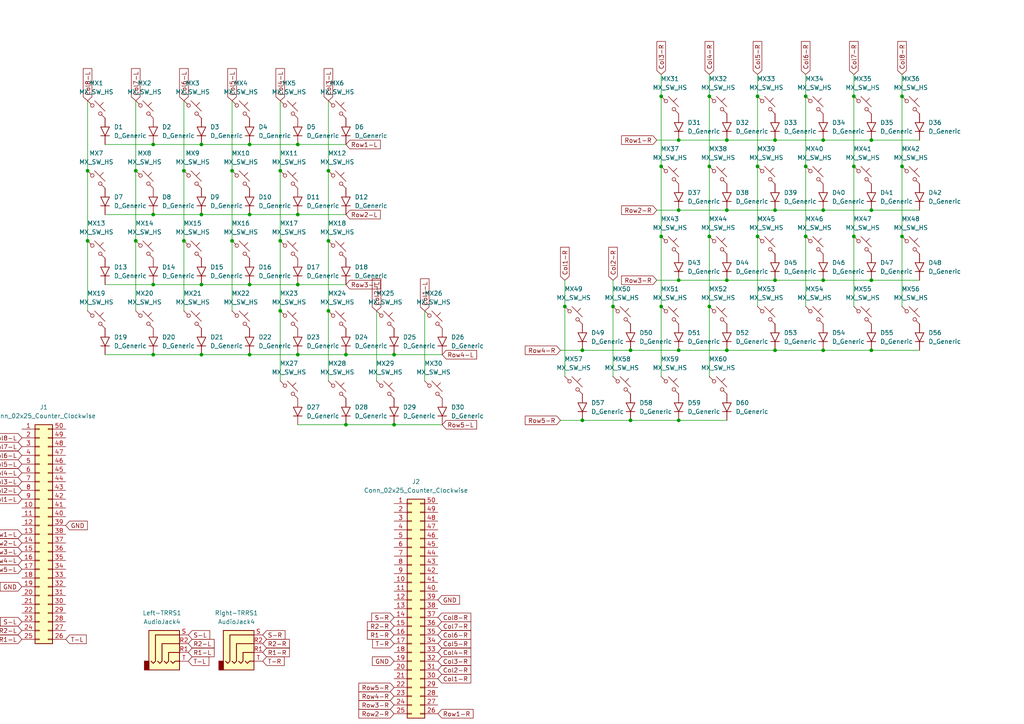
<source format=kicad_sch>
(kicad_sch (version 20231120) (generator "eeschema") (generator_version "8.0")
  (paper "A4")
  (junction (at 233.68 27.94))
  (junction (at 72.39 82.55))
  (junction (at 86.36 41.91))
  (junction (at 81.28 49.53))
  (junction (at 58.42 82.55))
  (junction (at 247.65 68.58))
  (junction (at 39.37 69.85))
  (junction (at 191.77 68.58))
  (junction (at 219.71 68.58))
  (junction (at 196.85 121.92))
  (junction (at 168.91 121.92))
  (junction (at 210.82 40.64))
  (junction (at 196.85 40.64))
  (junction (at 196.85 60.96))
  (junction (at 72.39 102.87))
  (junction (at 44.45 41.91))
  (junction (at 247.65 27.94))
  (junction (at 238.76 60.96))
  (junction (at 67.31 69.85))
  (junction (at 210.82 81.28))
  (junction (at 210.82 60.96))
  (junction (at 224.79 81.28))
  (junction (at 205.74 88.9))
  (junction (at 177.8 88.9))
  (junction (at 86.36 62.23))
  (junction (at 233.68 68.58))
  (junction (at 81.28 69.85))
  (junction (at 95.25 49.53))
  (junction (at 67.31 49.53))
  (junction (at 53.34 49.53))
  (junction (at 205.74 48.26))
  (junction (at 261.62 48.26))
  (junction (at 252.73 101.6))
  (junction (at 224.79 40.64))
  (junction (at 191.77 88.9))
  (junction (at 205.74 27.94))
  (junction (at 238.76 40.64))
  (junction (at 196.85 101.6))
  (junction (at 261.62 27.94))
  (junction (at 238.76 81.28))
  (junction (at 219.71 48.26))
  (junction (at 25.4 49.53))
  (junction (at 53.34 69.85))
  (junction (at 238.76 101.6))
  (junction (at 100.33 123.19))
  (junction (at 163.83 88.9))
  (junction (at 58.42 62.23))
  (junction (at 224.79 60.96))
  (junction (at 86.36 102.87))
  (junction (at 191.77 27.94))
  (junction (at 58.42 102.87))
  (junction (at 224.79 101.6))
  (junction (at 252.73 60.96))
  (junction (at 182.88 121.92))
  (junction (at 95.25 69.85))
  (junction (at 210.82 101.6))
  (junction (at 219.71 27.94))
  (junction (at 44.45 102.87))
  (junction (at 72.39 41.91))
  (junction (at 252.73 81.28))
  (junction (at 100.33 102.87))
  (junction (at 114.3 123.19))
  (junction (at 247.65 48.26))
  (junction (at 86.36 82.55))
  (junction (at 168.91 101.6))
  (junction (at 182.88 101.6))
  (junction (at 261.62 68.58))
  (junction (at 44.45 82.55))
  (junction (at 252.73 40.64))
  (junction (at 58.42 41.91))
  (junction (at 233.68 48.26))
  (junction (at 191.77 48.26))
  (junction (at 114.3 102.87))
  (junction (at 95.25 90.17))
  (junction (at 196.85 81.28))
  (junction (at 39.37 49.53))
  (junction (at 25.4 69.85))
  (junction (at 44.45 62.23))
  (junction (at 72.39 62.23))
  (junction (at 81.28 90.17))
  (junction (at 205.74 68.58))
  (wire (pts (xy 86.36 123.19) (xy 100.33 123.19)))
  (wire (pts (xy 53.34 29.21) (xy 53.34 49.53)))
  (wire (pts (xy 81.28 69.85) (xy 81.28 90.17)))
  (wire (pts (xy 238.76 40.64) (xy 252.73 40.64)))
  (wire (pts (xy 67.31 49.53) (xy 67.31 69.85)))
  (wire (pts (xy 53.34 49.53) (xy 53.34 69.85)))
  (wire (pts (xy 58.42 41.91) (xy 72.39 41.91)))
  (wire (pts (xy 30.48 62.23) (xy 44.45 62.23)))
  (wire (pts (xy 190.5 40.64) (xy 196.85 40.64)))
  (wire (pts (xy 261.62 68.58) (xy 261.62 88.9)))
  (wire (pts (xy 261.62 27.94) (xy 261.62 48.26)))
  (wire (pts (xy 86.36 62.23) (xy 100.33 62.23)))
  (wire (pts (xy 44.45 62.23) (xy 58.42 62.23)))
  (wire (pts (xy 219.71 27.94) (xy 219.71 48.26)))
  (wire (pts (xy 247.65 48.26) (xy 247.65 68.58)))
  (wire (pts (xy 168.91 121.92) (xy 182.88 121.92)))
  (wire (pts (xy 196.85 40.64) (xy 210.82 40.64)))
  (wire (pts (xy 109.22 90.17) (xy 109.22 110.49)))
  (wire (pts (xy 205.74 27.94) (xy 205.74 48.26)))
  (wire (pts (xy 67.31 29.21) (xy 67.31 49.53)))
  (wire (pts (xy 233.68 48.26) (xy 233.68 68.58)))
  (wire (pts (xy 72.39 82.55) (xy 86.36 82.55)))
  (wire (pts (xy 219.71 48.26) (xy 219.71 68.58)))
  (wire (pts (xy 44.45 82.55) (xy 58.42 82.55)))
  (wire (pts (xy 190.5 81.28) (xy 196.85 81.28)))
  (wire (pts (xy 182.88 101.6) (xy 196.85 101.6)))
  (wire (pts (xy 196.85 60.96) (xy 210.82 60.96)))
  (wire (pts (xy 86.36 82.55) (xy 100.33 82.55)))
  (wire (pts (xy 58.42 62.23) (xy 72.39 62.23)))
  (wire (pts (xy 177.8 81.28) (xy 177.8 88.9)))
  (wire (pts (xy 238.76 81.28) (xy 252.73 81.28)))
  (wire (pts (xy 210.82 101.6) (xy 224.79 101.6)))
  (wire (pts (xy 205.74 68.58) (xy 205.74 88.9)))
  (wire (pts (xy 81.28 49.53) (xy 81.28 69.85)))
  (wire (pts (xy 163.83 88.9) (xy 163.83 109.22)))
  (wire (pts (xy 44.45 102.87) (xy 58.42 102.87)))
  (wire (pts (xy 224.79 60.96) (xy 238.76 60.96)))
  (wire (pts (xy 30.48 82.55) (xy 44.45 82.55)))
  (wire (pts (xy 25.4 49.53) (xy 25.4 69.85)))
  (wire (pts (xy 224.79 101.6) (xy 238.76 101.6)))
  (wire (pts (xy 162.56 101.6) (xy 168.91 101.6)))
  (wire (pts (xy 123.19 90.17) (xy 123.19 110.49)))
  (wire (pts (xy 177.8 88.9) (xy 177.8 109.22)))
  (wire (pts (xy 86.36 102.87) (xy 100.33 102.87)))
  (wire (pts (xy 191.77 21.59) (xy 191.77 27.94)))
  (wire (pts (xy 252.73 81.28) (xy 266.7 81.28)))
  (wire (pts (xy 224.79 81.28) (xy 238.76 81.28)))
  (wire (pts (xy 100.33 123.19) (xy 114.3 123.19)))
  (wire (pts (xy 81.28 90.17) (xy 81.28 110.49)))
  (wire (pts (xy 30.48 102.87) (xy 44.45 102.87)))
  (wire (pts (xy 196.85 121.92) (xy 210.82 121.92)))
  (wire (pts (xy 39.37 69.85) (xy 39.37 90.17)))
  (wire (pts (xy 191.77 27.94) (xy 191.77 48.26)))
  (wire (pts (xy 95.25 49.53) (xy 95.25 69.85)))
  (wire (pts (xy 190.5 60.96) (xy 196.85 60.96)))
  (wire (pts (xy 25.4 29.21) (xy 25.4 49.53)))
  (wire (pts (xy 205.74 88.9) (xy 205.74 109.22)))
  (wire (pts (xy 233.68 68.58) (xy 233.68 88.9)))
  (wire (pts (xy 261.62 48.26) (xy 261.62 68.58)))
  (wire (pts (xy 210.82 60.96) (xy 224.79 60.96)))
  (wire (pts (xy 67.31 69.85) (xy 67.31 90.17)))
  (wire (pts (xy 191.77 88.9) (xy 191.77 109.22)))
  (wire (pts (xy 261.62 21.59) (xy 261.62 27.94)))
  (wire (pts (xy 247.65 27.94) (xy 247.65 48.26)))
  (wire (pts (xy 205.74 48.26) (xy 205.74 68.58)))
  (wire (pts (xy 81.28 29.21) (xy 81.28 49.53)))
  (wire (pts (xy 95.25 69.85) (xy 95.25 90.17)))
  (wire (pts (xy 53.34 69.85) (xy 53.34 90.17)))
  (wire (pts (xy 233.68 21.59) (xy 233.68 27.94)))
  (wire (pts (xy 162.56 121.92) (xy 168.91 121.92)))
  (wire (pts (xy 247.65 21.59) (xy 247.65 27.94)))
  (wire (pts (xy 95.25 29.21) (xy 95.25 49.53)))
  (wire (pts (xy 114.3 102.87) (xy 128.27 102.87)))
  (wire (pts (xy 114.3 123.19) (xy 128.27 123.19)))
  (wire (pts (xy 168.91 101.6) (xy 182.88 101.6)))
  (wire (pts (xy 210.82 81.28) (xy 224.79 81.28)))
  (wire (pts (xy 58.42 82.55) (xy 72.39 82.55)))
  (wire (pts (xy 210.82 40.64) (xy 224.79 40.64)))
  (wire (pts (xy 72.39 41.91) (xy 86.36 41.91)))
  (wire (pts (xy 100.33 102.87) (xy 114.3 102.87)))
  (wire (pts (xy 58.42 102.87) (xy 72.39 102.87)))
  (wire (pts (xy 25.4 69.85) (xy 25.4 90.17)))
  (wire (pts (xy 72.39 102.87) (xy 86.36 102.87)))
  (wire (pts (xy 252.73 101.6) (xy 266.7 101.6)))
  (wire (pts (xy 224.79 40.64) (xy 238.76 40.64)))
  (wire (pts (xy 163.83 81.28) (xy 163.83 88.9)))
  (wire (pts (xy 219.71 21.59) (xy 219.71 27.94)))
  (wire (pts (xy 39.37 29.21) (xy 39.37 49.53)))
  (wire (pts (xy 191.77 48.26) (xy 191.77 68.58)))
  (wire (pts (xy 252.73 40.64) (xy 266.7 40.64)))
  (wire (pts (xy 252.73 60.96) (xy 266.7 60.96)))
  (wire (pts (xy 44.45 41.91) (xy 58.42 41.91)))
  (wire (pts (xy 191.77 68.58) (xy 191.77 88.9)))
  (wire (pts (xy 86.36 41.91) (xy 100.33 41.91)))
  (wire (pts (xy 238.76 60.96) (xy 252.73 60.96)))
  (wire (pts (xy 95.25 90.17) (xy 95.25 110.49)))
  (wire (pts (xy 196.85 81.28) (xy 210.82 81.28)))
  (wire (pts (xy 205.74 21.59) (xy 205.74 27.94)))
  (wire (pts (xy 196.85 101.6) (xy 210.82 101.6)))
  (wire (pts (xy 39.37 49.53) (xy 39.37 69.85)))
  (wire (pts (xy 247.65 68.58) (xy 247.65 88.9)))
  (wire (pts (xy 233.68 27.94) (xy 233.68 48.26)))
  (wire (pts (xy 72.39 62.23) (xy 86.36 62.23)))
  (wire (pts (xy 238.76 101.6) (xy 252.73 101.6)))
  (wire (pts (xy 182.88 121.92) (xy 196.85 121.92)))
  (wire (pts (xy 219.71 68.58) (xy 219.71 88.9)))
  (wire (pts (xy 30.48 41.91) (xy 44.45 41.91)))
  (global_label "R2-L" (shape input) (at 6.35 182.88 180) (property "Intersheetrefs" "${INTERSHEET_REFS}" (effects (hide yes))))
  (global_label "Col1-R" (shape input) (at 127 196.85 0) (property "Intersheetrefs" "${INTERSHEET_REFS}" (effects (hide yes))))
  (global_label "Row3-R" (shape input) (at 190.5 81.28 180) (property "Intersheetrefs" "${INTERSHEET_REFS}" (effects (hide yes))))
  (global_label "T-R" (shape input) (at 114.3 186.69 180) (property "Intersheetrefs" "${INTERSHEET_REFS}" (effects (hide yes))))
  (global_label "Col4-L" (shape input) (at 81.28 29.21 90) (property "Intersheetrefs" "${INTERSHEET_REFS}" (effects (hide yes))))
  (global_label "Row1-R" (shape input) (at 190.5 40.64 180) (property "Intersheetrefs" "${INTERSHEET_REFS}" (effects (hide yes))))
  (global_label "T-L" (shape input) (at 19.05 185.42 0) (property "Intersheetrefs" "${INTERSHEET_REFS}" (effects (hide yes))))
  (global_label "Row3-L" (shape input) (at 6.35 160.02 180) (property "Intersheetrefs" "${INTERSHEET_REFS}" (effects (hide yes))))
  (global_label "Col5-R" (shape input) (at 127 186.69 0) (property "Intersheetrefs" "${INTERSHEET_REFS}" (effects (hide yes))))
  (global_label "Row2-L" (shape input) (at 100.33 62.23 0) (property "Intersheetrefs" "${INTERSHEET_REFS}" (effects (hide yes))))
  (global_label "R1-L" (shape input) (at 54.61 189.23 0) (property "Intersheetrefs" "${INTERSHEET_REFS}" (effects (hide yes))))
  (global_label "S-L" (shape input) (at 6.35 180.34 180) (property "Intersheetrefs" "${INTERSHEET_REFS}" (effects (hide yes))))
  (global_label "Col4-R" (shape input) (at 127 189.23 0) (property "Intersheetrefs" "${INTERSHEET_REFS}" (effects (hide yes))))
  (global_label "T-R" (shape input) (at 76.2 191.77 0) (property "Intersheetrefs" "${INTERSHEET_REFS}" (effects (hide yes))))
  (global_label "Col6-L" (shape input) (at 53.34 29.21 90) (property "Intersheetrefs" "${INTERSHEET_REFS}" (effects (hide yes))))
  (global_label "Row4-R" (shape input) (at 162.56 101.6 180) (property "Intersheetrefs" "${INTERSHEET_REFS}" (effects (hide yes))))
  (global_label "Row1-R" (shape input) (at 127 207.01 0) (property "Intersheetrefs" "${INTERSHEET_REFS}" (effects (hide yes))))
  (global_label "T-L" (shape input) (at 54.61 191.77 0) (property "Intersheetrefs" "${INTERSHEET_REFS}" (effects (hide yes))))
  (global_label "Col6-R" (shape input) (at 127 184.15 0) (property "Intersheetrefs" "${INTERSHEET_REFS}" (effects (hide yes))))
  (global_label "Col8-L" (shape input) (at 6.35 127 180) (property "Intersheetrefs" "${INTERSHEET_REFS}" (effects (hide yes))))
  (global_label "Row3-R" (shape input) (at 114.3 204.47 180) (property "Intersheetrefs" "${INTERSHEET_REFS}" (effects (hide yes))))
  (global_label "Col6-L" (shape input) (at 6.35 132.08 180) (property "Intersheetrefs" "${INTERSHEET_REFS}" (effects (hide yes))))
  (global_label "Row5-L" (shape input) (at 6.35 165.1 180) (property "Intersheetrefs" "${INTERSHEET_REFS}" (effects (hide yes))))
  (global_label "Col3-R" (shape input) (at 191.77 21.59 90) (property "Intersheetrefs" "${INTERSHEET_REFS}" (effects (hide yes))))
  (global_label "Row2-R" (shape input) (at 114.3 207.01 180) (property "Intersheetrefs" "${INTERSHEET_REFS}" (effects (hide yes))))
  (global_label "S-R" (shape input) (at 76.2 184.15 0) (property "Intersheetrefs" "${INTERSHEET_REFS}" (effects (hide yes))))
  (global_label "Row2-L" (shape input) (at 6.35 157.48 180) (property "Intersheetrefs" "${INTERSHEET_REFS}" (effects (hide yes))))
  (global_label "Col1-L" (shape input) (at 6.35 144.78 180) (property "Intersheetrefs" "${INTERSHEET_REFS}" (effects (hide yes))))
  (global_label "Col7-L" (shape input) (at 6.35 129.54 180) (property "Intersheetrefs" "${INTERSHEET_REFS}" (effects (hide yes))))
  (global_label "Col6-R" (shape input) (at 233.68 21.59 90) (property "Intersheetrefs" "${INTERSHEET_REFS}" (effects (hide yes))))
  (global_label "Col8-R" (shape input) (at 261.62 21.59 90) (property "Intersheetrefs" "${INTERSHEET_REFS}" (effects (hide yes))))
  (global_label "S-L" (shape input) (at 54.61 184.15 0) (property "Intersheetrefs" "${INTERSHEET_REFS}" (effects (hide yes))))
  (global_label "Col3-R" (shape input) (at 127 191.77 0) (property "Intersheetrefs" "${INTERSHEET_REFS}" (effects (hide yes))))
  (global_label "Col2-L" (shape input) (at 6.35 142.24 180) (property "Intersheetrefs" "${INTERSHEET_REFS}" (effects (hide yes))))
  (global_label "Row5-R" (shape input) (at 162.56 121.92 180) (property "Intersheetrefs" "${INTERSHEET_REFS}" (effects (hide yes))))
  (global_label "Row5-L" (shape input) (at 128.27 123.19 0) (property "Intersheetrefs" "${INTERSHEET_REFS}" (effects (hide yes))))
  (global_label "R2-R" (shape input) (at 114.3 181.61 180) (property "Intersheetrefs" "${INTERSHEET_REFS}" (effects (hide yes))))
  (global_label "Col7-L" (shape input) (at 39.37 29.21 90) (property "Intersheetrefs" "${INTERSHEET_REFS}" (effects (hide yes))))
  (global_label "Col1-L" (shape input) (at 123.19 90.17 90) (property "Intersheetrefs" "${INTERSHEET_REFS}" (effects (hide yes))))
  (global_label "R1-R" (shape input) (at 114.3 184.15 180) (property "Intersheetrefs" "${INTERSHEET_REFS}" (effects (hide yes))))
  (global_label "Row4-R" (shape input) (at 114.3 201.93 180) (property "Intersheetrefs" "${INTERSHEET_REFS}" (effects (hide yes))))
  (global_label "Col3-L" (shape input) (at 6.35 139.7 180) (property "Intersheetrefs" "${INTERSHEET_REFS}" (effects (hide yes))))
  (global_label "Col2-R" (shape input) (at 127 194.31 0) (property "Intersheetrefs" "${INTERSHEET_REFS}" (effects (hide yes))))
  (global_label "GND" (shape input) (at 6.35 170.18 180) (property "Intersheetrefs" "${INTERSHEET_REFS}" (effects (hide yes))))
  (global_label "Col3-L" (shape input) (at 95.25 29.21 90) (property "Intersheetrefs" "${INTERSHEET_REFS}" (effects (hide yes))))
  (global_label "Col5-L" (shape input) (at 6.35 134.62 180) (property "Intersheetrefs" "${INTERSHEET_REFS}" (effects (hide yes))))
  (global_label "Col2-L" (shape input) (at 109.22 90.17 90) (property "Intersheetrefs" "${INTERSHEET_REFS}" (effects (hide yes))))
  (global_label "Col4-L" (shape input) (at 6.35 137.16 180) (property "Intersheetrefs" "${INTERSHEET_REFS}" (effects (hide yes))))
  (global_label "Col1-R" (shape input) (at 163.83 81.28 90) (property "Intersheetrefs" "${INTERSHEET_REFS}" (effects (hide yes))))
  (global_label "Row1-L" (shape input) (at 100.33 41.91 0) (property "Intersheetrefs" "${INTERSHEET_REFS}" (effects (hide yes))))
  (global_label "Col7-R" (shape input) (at 127 181.61 0) (property "Intersheetrefs" "${INTERSHEET_REFS}" (effects (hide yes))))
  (global_label "R1-R" (shape input) (at 76.2 189.23 0) (property "Intersheetrefs" "${INTERSHEET_REFS}" (effects (hide yes))))
  (global_label "S-R" (shape input) (at 114.3 179.07 180) (property "Intersheetrefs" "${INTERSHEET_REFS}" (effects (hide yes))))
  (global_label "GND" (shape input) (at 114.3 191.77 180) (property "Intersheetrefs" "${INTERSHEET_REFS}" (effects (hide yes))))
  (global_label "R2-L" (shape input) (at 54.61 186.69 0) (property "Intersheetrefs" "${INTERSHEET_REFS}" (effects (hide yes))))
  (global_label "Row1-L" (shape input) (at 6.35 154.94 180) (property "Intersheetrefs" "${INTERSHEET_REFS}" (effects (hide yes))))
  (global_label "GND" (shape input) (at 127 173.99 0) (property "Intersheetrefs" "${INTERSHEET_REFS}" (effects (hide yes))))
  (global_label "Row2-R" (shape input) (at 190.5 60.96 180) (property "Intersheetrefs" "${INTERSHEET_REFS}" (effects (hide yes))))
  (global_label "GND" (shape input) (at 19.05 152.4 0) (property "Intersheetrefs" "${INTERSHEET_REFS}" (effects (hide yes))))
  (global_label "Row3-L" (shape input) (at 100.33 82.55 0) (property "Intersheetrefs" "${INTERSHEET_REFS}" (effects (hide yes))))
  (global_label "Col8-R" (shape input) (at 127 179.07 0) (property "Intersheetrefs" "${INTERSHEET_REFS}" (effects (hide yes))))
  (global_label "Col5-L" (shape input) (at 67.31 29.21 90) (property "Intersheetrefs" "${INTERSHEET_REFS}" (effects (hide yes))))
  (global_label "Col2-R" (shape input) (at 177.8 81.28 90) (property "Intersheetrefs" "${INTERSHEET_REFS}" (effects (hide yes))))
  (global_label "Col8-L" (shape input) (at 25.4 29.21 90) (property "Intersheetrefs" "${INTERSHEET_REFS}" (effects (hide yes))))
  (global_label "Col7-R" (shape input) (at 247.65 21.59 90) (property "Intersheetrefs" "${INTERSHEET_REFS}" (effects (hide yes))))
  (global_label "R1-L" (shape input) (at 6.35 185.42 180) (property "Intersheetrefs" "${INTERSHEET_REFS}" (effects (hide yes))))
  (global_label "Row5-R" (shape input) (at 114.3 199.39 180) (property "Intersheetrefs" "${INTERSHEET_REFS}" (effects (hide yes))))
  (global_label "Col5-R" (shape input) (at 219.71 21.59 90) (property "Intersheetrefs" "${INTERSHEET_REFS}" (effects (hide yes))))
  (global_label "Row4-L" (shape input) (at 6.35 162.56 180) (property "Intersheetrefs" "${INTERSHEET_REFS}" (effects (hide yes))))
  (global_label "Row4-L" (shape input) (at 128.27 102.87 0) (property "Intersheetrefs" "${INTERSHEET_REFS}" (effects (hide yes))))
  (global_label "R2-R" (shape input) (at 76.2 186.69 0) (property "Intersheetrefs" "${INTERSHEET_REFS}" (effects (hide yes))))
  (global_label "Col4-R" (shape input) (at 205.74 21.59 90) (property "Intersheetrefs" "${INTERSHEET_REFS}" (effects (hide yes))))
  (symbol (lib_id "PCM_4ms_Diode:D_Generic") (at 266.7 36.83 90) (unit 1)
    (property "Reference" "D36" (at 269.24 35.5599 90) (effects (justify right)))
    (property "Value" "D_Generic" (at 269.24 38.0999 90) (effects (justify right)))
    (property "Footprint" "PCM_4ms_Diode:D_DO-35_P7.62mm_Horizontal" (effects (hide yes)))
    (property "Description" "Diode" (effects (hide yes)))
  )
  (symbol (lib_id "Connector_Audio:AudioJack4") (at 71.12 186.69 0) (unit 1)
    (property "Reference" "Right-TRRS1" (at 68.58 177.8 0))
    (property "Value" "AudioJack4" (at 68.58 180.34 0))
    (property "Footprint" "PCM_marbastlib-xp-various:CON_MJ-4PP-9" (effects (hide yes)))
    (property "Description" "Audio Jack, 4 Poles (TRRS)" (effects (hide yes)))
  )
  (symbol (lib_id "PCM_marbastlib-mx:MX_SW_HS_CPG151101S11") (at 55.88 92.71 0) (unit 1)
    (property "Reference" "MX21" (at 55.88 85.09 0))
    (property "Value" "MX_SW_HS" (at 55.88 87.63 0))
    (property "Footprint" "PCM_marbastlib-mx:SW_MX_HS_CPG151101S11_1u" (effects (hide yes)))
    (property "Description" "Push button switch, normally open, two pins, 45° tilted, Kailh CPG151101S11 for Cherry MX style switches" (effects (hide yes)))
  )
  (symbol (lib_id "PCM_marbastlib-mx:MX_SW_HS_CPG151101S11") (at 208.28 71.12 0) (unit 1)
    (property "Reference" "MX44" (at 208.28 63.5 0))
    (property "Value" "MX_SW_HS" (at 208.28 66.04 0))
    (property "Footprint" "PCM_marbastlib-mx:SW_MX_HS_CPG151101S11_1u" (effects (hide yes)))
    (property "Description" "Push button switch, normally open, two pins, 45° tilted, Kailh CPG151101S11 for Cherry MX style switches" (effects (hide yes)))
  )
  (symbol (lib_id "PCM_marbastlib-mx:MX_SW_HS_CPG151101S11") (at 55.88 31.75 0) (unit 1)
    (property "Reference" "MX3" (at 55.88 24.13 0))
    (property "Value" "MX_SW_HS" (at 55.88 26.67 0))
    (property "Footprint" "PCM_marbastlib-mx:SW_MX_HS_CPG151101S11_1u" (effects (hide yes)))
    (property "Description" "Push button switch, normally open, two pins, 45° tilted, Kailh CPG151101S11 for Cherry MX style switches" (effects (hide yes)))
  )
  (symbol (lib_id "PCM_marbastlib-mx:MX_SW_HS_CPG151101S11") (at 125.73 92.71 0) (unit 1)
    (property "Reference" "MX26" (at 125.73 85.09 0))
    (property "Value" "MX_SW_HS" (at 125.73 87.63 0))
    (property "Footprint" "PCM_marbastlib-mx:SW_MX_HS_CPG151101S11_1u" (effects (hide yes)))
    (property "Description" "Push button switch, normally open, two pins, 45° tilted, Kailh CPG151101S11 for Cherry MX style switches" (effects (hide yes)))
  )
  (symbol (lib_id "PCM_4ms_Diode:D_Generic") (at 30.48 58.42 90) (unit 1)
    (property "Reference" "D7" (at 33.02 57.1499 90) (effects (justify right)))
    (property "Value" "D_Generic" (at 33.02 59.6899 90) (effects (justify right)))
    (property "Footprint" "PCM_4ms_Diode:D_DO-35_P7.62mm_Horizontal" (effects (hide yes)))
    (property "Description" "Diode" (effects (hide yes)))
  )
  (symbol (lib_id "PCM_4ms_Diode:D_Generic") (at 252.73 97.79 90) (unit 1)
    (property "Reference" "D55" (at 255.27 96.5199 90) (effects (justify right)))
    (property "Value" "D_Generic" (at 255.27 99.0599 90) (effects (justify right)))
    (property "Footprint" "PCM_4ms_Diode:D_DO-35_P7.62mm_Horizontal" (effects (hide yes)))
    (property "Description" "Diode" (effects (hide yes)))
  )
  (symbol (lib_id "PCM_4ms_Diode:D_Generic") (at 58.42 99.06 90) (unit 1)
    (property "Reference" "D21" (at 60.96 97.7899 90) (effects (justify right)))
    (property "Value" "D_Generic" (at 60.96 100.3299 90) (effects (justify right)))
    (property "Footprint" "PCM_4ms_Diode:D_DO-35_P7.62mm_Horizontal" (effects (hide yes)))
    (property "Description" "Diode" (effects (hide yes)))
  )
  (symbol (lib_id "PCM_marbastlib-mx:MX_SW_HS_CPG151101S11") (at 194.31 71.12 0) (unit 1)
    (property "Reference" "MX43" (at 194.31 63.5 0))
    (property "Value" "MX_SW_HS" (at 194.31 66.04 0))
    (property "Footprint" "PCM_marbastlib-mx:SW_MX_HS_CPG151101S11_1u" (effects (hide yes)))
    (property "Description" "Push button switch, normally open, two pins, 45° tilted, Kailh CPG151101S11 for Cherry MX style switches" (effects (hide yes)))
  )
  (symbol (lib_id "PCM_4ms_Diode:D_Generic") (at 72.39 78.74 90) (unit 1)
    (property "Reference" "D16" (at 74.93 77.4699 90) (effects (justify right)))
    (property "Value" "D_Generic" (at 74.93 80.0099 90) (effects (justify right)))
    (property "Footprint" "PCM_4ms_Diode:D_DO-35_P7.62mm_Horizontal" (effects (hide yes)))
    (property "Description" "Diode" (effects (hide yes)))
  )
  (symbol (lib_id "Connector_Generic:Conn_02x25_Counter_Clockwise") (at 11.43 154.94 0) (unit 1)
    (property "Reference" "J1" (at 12.7 118.11 0))
    (property "Value" "Conn_02x25_Counter_Clockwise" (at 12.7 120.65 0))
    (property "Footprint" "Kicad-STM32-master:YAAJ_BluePill_SWD_2" (effects (hide yes)))
    (property "Description" "Generic connector, double row, 02x25, counter clockwise pin numbering scheme (similar to DIP package numbering), script generated (kicad-library-utils/schlib/autogen/connector/)" (effects (hide yes)))
  )
  (symbol (lib_id "PCM_marbastlib-mx:MX_SW_HS_CPG151101S11") (at 166.37 91.44 0) (unit 1)
    (property "Reference" "MX49" (at 166.37 83.82 0))
    (property "Value" "MX_SW_HS" (at 166.37 86.36 0))
    (property "Footprint" "PCM_marbastlib-mx:SW_MX_HS_CPG151101S11_1u" (effects (hide yes)))
    (property "Description" "Push button switch, normally open, two pins, 45° tilted, Kailh CPG151101S11 for Cherry MX style switches" (effects (hide yes)))
  )
  (symbol (lib_id "PCM_marbastlib-mx:MX_SW_HS_CPG151101S11") (at 55.88 52.07 0) (unit 1)
    (property "Reference" "MX9" (at 55.88 44.45 0))
    (property "Value" "MX_SW_HS" (at 55.88 46.99 0))
    (property "Footprint" "PCM_marbastlib-mx:SW_MX_HS_CPG151101S11_1u" (effects (hide yes)))
    (property "Description" "Push button switch, normally open, two pins, 45° tilted, Kailh CPG151101S11 for Cherry MX style switches" (effects (hide yes)))
  )
  (symbol (lib_id "PCM_4ms_Diode:D_Generic") (at 266.7 57.15 90) (unit 1)
    (property "Reference" "D42" (at 269.24 55.8799 90) (effects (justify right)))
    (property "Value" "D_Generic" (at 269.24 58.4199 90) (effects (justify right)))
    (property "Footprint" "PCM_4ms_Diode:D_DO-35_P7.62mm_Horizontal" (effects (hide yes)))
    (property "Description" "Diode" (effects (hide yes)))
  )
  (symbol (lib_id "PCM_4ms_Diode:D_Generic") (at 58.42 38.1 90) (unit 1)
    (property "Reference" "D3" (at 60.96 36.8299 90) (effects (justify right)))
    (property "Value" "D_Generic" (at 60.96 39.3699 90) (effects (justify right)))
    (property "Footprint" "PCM_4ms_Diode:D_DO-35_P7.62mm_Horizontal" (effects (hide yes)))
    (property "Description" "Diode" (effects (hide yes)))
  )
  (symbol (lib_id "PCM_4ms_Diode:D_Generic") (at 210.82 97.79 90) (unit 1)
    (property "Reference" "D52" (at 213.36 96.5199 90) (effects (justify right)))
    (property "Value" "D_Generic" (at 213.36 99.0599 90) (effects (justify right)))
    (property "Footprint" "PCM_4ms_Diode:D_DO-35_P7.62mm_Horizontal" (effects (hide yes)))
    (property "Description" "Diode" (effects (hide yes)))
  )
  (symbol (lib_id "PCM_4ms_Diode:D_Generic") (at 210.82 36.83 90) (unit 1)
    (property "Reference" "D32" (at 213.36 35.5599 90) (effects (justify right)))
    (property "Value" "D_Generic" (at 213.36 38.0999 90) (effects (justify right)))
    (property "Footprint" "PCM_4ms_Diode:D_DO-35_P7.62mm_Horizontal" (effects (hide yes)))
    (property "Description" "Diode" (effects (hide yes)))
  )
  (symbol (lib_id "PCM_4ms_Diode:D_Generic") (at 114.3 99.06 90) (unit 1)
    (property "Reference" "D25" (at 116.84 97.7899 90) (effects (justify right)))
    (property "Value" "D_Generic" (at 116.84 100.3299 90) (effects (justify right)))
    (property "Footprint" "PCM_4ms_Diode:D_DO-35_P7.62mm_Horizontal" (effects (hide yes)))
    (property "Description" "Diode" (effects (hide yes)))
  )
  (symbol (lib_id "PCM_marbastlib-mx:MX_SW_HS_CPG151101S11") (at 83.82 113.03 0) (unit 1)
    (property "Reference" "MX27" (at 83.82 105.41 0))
    (property "Value" "MX_SW_HS" (at 83.82 107.95 0))
    (property "Footprint" "PCM_marbastlib-mx:SW_MX_HS_CPG151101S11_1u" (effects (hide yes)))
    (property "Description" "Push button switch, normally open, two pins, 45° tilted, Kailh CPG151101S11 for Cherry MX style switches" (effects (hide yes)))
  )
  (symbol (lib_id "PCM_4ms_Diode:D_Generic") (at 196.85 97.79 90) (unit 1)
    (property "Reference" "D51" (at 199.39 96.5199 90) (effects (justify right)))
    (property "Value" "D_Generic" (at 199.39 99.0599 90) (effects (justify right)))
    (property "Footprint" "PCM_4ms_Diode:D_DO-35_P7.62mm_Horizontal" (effects (hide yes)))
    (property "Description" "Diode" (effects (hide yes)))
  )
  (symbol (lib_id "PCM_4ms_Diode:D_Generic") (at 266.7 77.47 90) (unit 1)
    (property "Reference" "D48" (at 269.24 76.1999 90) (effects (justify right)))
    (property "Value" "D_Generic" (at 269.24 78.7399 90) (effects (justify right)))
    (property "Footprint" "PCM_4ms_Diode:D_DO-35_P7.62mm_Horizontal" (effects (hide yes)))
    (property "Description" "Diode" (effects (hide yes)))
  )
  (symbol (lib_id "PCM_marbastlib-mx:MX_SW_HS_CPG151101S11") (at 264.16 91.44 0) (unit 1)
    (property "Reference" "MX56" (at 264.16 83.82 0))
    (property "Value" "MX_SW_HS" (at 264.16 86.36 0))
    (property "Footprint" "PCM_marbastlib-mx:SW_MX_HS_CPG151101S11_1u" (effects (hide yes)))
    (property "Description" "Push button switch, normally open, two pins, 45° tilted, Kailh CPG151101S11 for Cherry MX style switches" (effects (hide yes)))
  )
  (symbol (lib_id "PCM_4ms_Diode:D_Generic") (at 128.27 119.38 90) (unit 1)
    (property "Reference" "D30" (at 130.81 118.1099 90) (effects (justify right)))
    (property "Value" "D_Generic" (at 130.81 120.6499 90) (effects (justify right)))
    (property "Footprint" "PCM_4ms_Diode:D_DO-35_P7.62mm_Horizontal" (effects (hide yes)))
    (property "Description" "Diode" (effects (hide yes)))
  )
  (symbol (lib_id "PCM_marbastlib-mx:MX_SW_HS_CPG151101S11") (at 111.76 113.03 0) (unit 1)
    (property "Reference" "MX29" (at 111.76 105.41 0))
    (property "Value" "MX_SW_HS" (at 111.76 107.95 0))
    (property "Footprint" "PCM_marbastlib-mx:SW_MX_HS_CPG151101S11_1u" (effects (hide yes)))
    (property "Description" "Push button switch, normally open, two pins, 45° tilted, Kailh CPG151101S11 for Cherry MX style switches" (effects (hide yes)))
  )
  (symbol (lib_id "PCM_4ms_Diode:D_Generic") (at 182.88 97.79 90) (unit 1)
    (property "Reference" "D50" (at 185.42 96.5199 90) (effects (justify right)))
    (property "Value" "D_Generic" (at 185.42 99.0599 90) (effects (justify right)))
    (property "Footprint" "PCM_4ms_Diode:D_DO-35_P7.62mm_Horizontal" (effects (hide yes)))
    (property "Description" "Diode" (effects (hide yes)))
  )
  (symbol (lib_id "PCM_marbastlib-mx:MX_SW_HS_CPG151101S11") (at 222.25 50.8 0) (unit 1)
    (property "Reference" "MX39" (at 222.25 43.18 0))
    (property "Value" "MX_SW_HS" (at 222.25 45.72 0))
    (property "Footprint" "PCM_marbastlib-mx:SW_MX_HS_CPG151101S11_1u" (effects (hide yes)))
    (property "Description" "Push button switch, normally open, two pins, 45° tilted, Kailh CPG151101S11 for Cherry MX style switches" (effects (hide yes)))
  )
  (symbol (lib_id "PCM_marbastlib-mx:MX_SW_HS_CPG151101S11") (at 194.31 111.76 0) (unit 1)
    (property "Reference" "MX59" (at 194.31 104.14 0))
    (property "Value" "MX_SW_HS" (at 194.31 106.68 0))
    (property "Footprint" "PCM_marbastlib-mx:SW_MX_HS_CPG151101S11_1u" (effects (hide yes)))
    (property "Description" "Push button switch, normally open, two pins, 45° tilted, Kailh CPG151101S11 for Cherry MX style switches" (effects (hide yes)))
  )
  (symbol (lib_id "PCM_4ms_Diode:D_Generic") (at 252.73 57.15 90) (unit 1)
    (property "Reference" "D41" (at 255.27 55.8799 90) (effects (justify right)))
    (property "Value" "D_Generic" (at 255.27 58.4199 90) (effects (justify right)))
    (property "Footprint" "PCM_4ms_Diode:D_DO-35_P7.62mm_Horizontal" (effects (hide yes)))
    (property "Description" "Diode" (effects (hide yes)))
  )
  (symbol (lib_id "PCM_4ms_Diode:D_Generic") (at 86.36 119.38 90) (unit 1)
    (property "Reference" "D27" (at 88.9 118.1099 90) (effects (justify right)))
    (property "Value" "D_Generic" (at 88.9 120.6499 90) (effects (justify right)))
    (property "Footprint" "PCM_4ms_Diode:D_DO-35_P7.62mm_Horizontal" (effects (hide yes)))
    (property "Description" "Diode" (effects (hide yes)))
  )
  (symbol (lib_id "PCM_marbastlib-mx:MX_SW_HS_CPG151101S11") (at 208.28 111.76 0) (unit 1)
    (property "Reference" "MX60" (at 208.28 104.14 0))
    (property "Value" "MX_SW_HS" (at 208.28 106.68 0))
    (property "Footprint" "PCM_marbastlib-mx:SW_MX_HS_CPG151101S11_1u" (effects (hide yes)))
    (property "Description" "Push button switch, normally open, two pins, 45° tilted, Kailh CPG151101S11 for Cherry MX style switches" (effects (hide yes)))
  )
  (symbol (lib_id "PCM_marbastlib-mx:MX_SW_HS_CPG151101S11") (at 55.88 72.39 0) (unit 1)
    (property "Reference" "MX15" (at 55.88 64.77 0))
    (property "Value" "MX_SW_HS" (at 55.88 67.31 0))
    (property "Footprint" "PCM_marbastlib-mx:SW_MX_HS_CPG151101S11_1u" (effects (hide yes)))
    (property "Description" "Push button switch, normally open, two pins, 45° tilted, Kailh CPG151101S11 for Cherry MX style switches" (effects (hide yes)))
  )
  (symbol (lib_id "PCM_4ms_Diode:D_Generic") (at 44.45 78.74 90) (unit 1)
    (property "Reference" "D14" (at 46.99 77.4699 90) (effects (justify right)))
    (property "Value" "D_Generic" (at 46.99 80.0099 90) (effects (justify right)))
    (property "Footprint" "PCM_4ms_Diode:D_DO-35_P7.62mm_Horizontal" (effects (hide yes)))
    (property "Description" "Diode" (effects (hide yes)))
  )
  (symbol (lib_id "PCM_marbastlib-mx:MX_SW_HS_CPG151101S11") (at 83.82 31.75 0) (unit 1)
    (property "Reference" "MX5" (at 83.82 24.13 0))
    (property "Value" "MX_SW_HS" (at 83.82 26.67 0))
    (property "Footprint" "PCM_marbastlib-mx:SW_MX_HS_CPG151101S11_1u" (effects (hide yes)))
    (property "Description" "Push button switch, normally open, two pins, 45° tilted, Kailh CPG151101S11 for Cherry MX style switches" (effects (hide yes)))
  )
  (symbol (lib_id "PCM_4ms_Diode:D_Generic") (at 196.85 77.47 90) (unit 1)
    (property "Reference" "D43" (at 199.39 76.1999 90) (effects (justify right)))
    (property "Value" "D_Generic" (at 199.39 78.7399 90) (effects (justify right)))
    (property "Footprint" "PCM_4ms_Diode:D_DO-35_P7.62mm_Horizontal" (effects (hide yes)))
    (property "Description" "Diode" (effects (hide yes)))
  )
  (symbol (lib_id "PCM_4ms_Diode:D_Generic") (at 182.88 118.11 90) (unit 1)
    (property "Reference" "D58" (at 185.42 116.8399 90) (effects (justify right)))
    (property "Value" "D_Generic" (at 185.42 119.3799 90) (effects (justify right)))
    (property "Footprint" "PCM_4ms_Diode:D_DO-35_P7.62mm_Horizontal" (effects (hide yes)))
    (property "Description" "Diode" (effects (hide yes)))
  )
  (symbol (lib_id "PCM_4ms_Diode:D_Generic") (at 30.48 99.06 90) (unit 1)
    (property "Reference" "D19" (at 33.02 97.7899 90) (effects (justify right)))
    (property "Value" "D_Generic" (at 33.02 100.3299 90) (effects (justify right)))
    (property "Footprint" "PCM_4ms_Diode:D_DO-35_P7.62mm_Horizontal" (effects (hide yes)))
    (property "Description" "Diode" (effects (hide yes)))
  )
  (symbol (lib_id "PCM_4ms_Diode:D_Generic") (at 196.85 118.11 90) (unit 1)
    (property "Reference" "D59" (at 199.39 116.8399 90) (effects (justify right)))
    (property "Value" "D_Generic" (at 199.39 119.3799 90) (effects (justify right)))
    (property "Footprint" "PCM_4ms_Diode:D_DO-35_P7.62mm_Horizontal" (effects (hide yes)))
    (property "Description" "Diode" (effects (hide yes)))
  )
  (symbol (lib_id "PCM_marbastlib-mx:MX_SW_HS_CPG151101S11") (at 27.94 72.39 0) (unit 1)
    (property "Reference" "MX13" (at 27.94 64.77 0))
    (property "Value" "MX_SW_HS" (at 27.94 67.31 0))
    (property "Footprint" "PCM_marbastlib-mx:SW_MX_HS_CPG151101S11_1u" (effects (hide yes)))
    (property "Description" "Push button switch, normally open, two pins, 45° tilted, Kailh CPG151101S11 for Cherry MX style switches" (effects (hide yes)))
  )
  (symbol (lib_id "PCM_4ms_Diode:D_Generic") (at 224.79 36.83 90) (unit 1)
    (property "Reference" "D33" (at 227.33 35.5599 90) (effects (justify right)))
    (property "Value" "D_Generic" (at 227.33 38.0999 90) (effects (justify right)))
    (property "Footprint" "PCM_4ms_Diode:D_DO-35_P7.62mm_Horizontal" (effects (hide yes)))
    (property "Description" "Diode" (effects (hide yes)))
  )
  (symbol (lib_id "PCM_marbastlib-mx:MX_SW_HS_CPG151101S11") (at 208.28 50.8 0) (unit 1)
    (property "Reference" "MX38" (at 208.28 43.18 0))
    (property "Value" "MX_SW_HS" (at 208.28 45.72 0))
    (property "Footprint" "PCM_marbastlib-mx:SW_MX_HS_CPG151101S11_1u" (effects (hide yes)))
    (property "Description" "Push button switch, normally open, two pins, 45° tilted, Kailh CPG151101S11 for Cherry MX style switches" (effects (hide yes)))
  )
  (symbol (lib_id "PCM_marbastlib-mx:MX_SW_HS_CPG151101S11") (at 69.85 52.07 0) (unit 1)
    (property "Reference" "MX10" (at 69.85 44.45 0))
    (property "Value" "MX_SW_HS" (at 69.85 46.99 0))
    (property "Footprint" "PCM_marbastlib-mx:SW_MX_HS_CPG151101S11_1u" (effects (hide yes)))
    (property "Description" "Push button switch, normally open, two pins, 45° tilted, Kailh CPG151101S11 for Cherry MX style switches" (effects (hide yes)))
  )
  (symbol (lib_id "PCM_marbastlib-mx:MX_SW_HS_CPG151101S11") (at 222.25 91.44 0) (unit 1)
    (property "Reference" "MX53" (at 222.25 83.82 0))
    (property "Value" "MX_SW_HS" (at 222.25 86.36 0))
    (property "Footprint" "PCM_marbastlib-mx:SW_MX_HS_CPG151101S11_1u" (effects (hide yes)))
    (property "Description" "Push button switch, normally open, two pins, 45° tilted, Kailh CPG151101S11 for Cherry MX style switches" (effects (hide yes)))
  )
  (symbol (lib_id "PCM_4ms_Diode:D_Generic") (at 168.91 118.11 90) (unit 1)
    (property "Reference" "D57" (at 171.45 116.8399 90) (effects (justify right)))
    (property "Value" "D_Generic" (at 171.45 119.3799 90) (effects (justify right)))
    (property "Footprint" "PCM_4ms_Diode:D_DO-35_P7.62mm_Horizontal" (effects (hide yes)))
    (property "Description" "Diode" (effects (hide yes)))
  )
  (symbol (lib_id "PCM_4ms_Diode:D_Generic") (at 238.76 36.83 90) (unit 1)
    (property "Reference" "D34" (at 241.3 35.5599 90) (effects (justify right)))
    (property "Value" "D_Generic" (at 241.3 38.0999 90) (effects (justify right)))
    (property "Footprint" "PCM_4ms_Diode:D_DO-35_P7.62mm_Horizontal" (effects (hide yes)))
    (property "Description" "Diode" (effects (hide yes)))
  )
  (symbol (lib_id "PCM_marbastlib-mx:MX_SW_HS_CPG151101S11") (at 180.34 111.76 0) (unit 1)
    (property "Reference" "MX58" (at 180.34 104.14 0))
    (property "Value" "MX_SW_HS" (at 180.34 106.68 0))
    (property "Footprint" "PCM_marbastlib-mx:SW_MX_HS_CPG151101S11_1u" (effects (hide yes)))
    (property "Description" "Push button switch, normally open, two pins, 45° tilted, Kailh CPG151101S11 for Cherry MX style switches" (effects (hide yes)))
  )
  (symbol (lib_id "PCM_marbastlib-mx:MX_SW_HS_CPG151101S11") (at 236.22 71.12 0) (unit 1)
    (property "Reference" "MX46" (at 236.22 63.5 0))
    (property "Value" "MX_SW_HS" (at 236.22 66.04 0))
    (property "Footprint" "PCM_marbastlib-mx:SW_MX_HS_CPG151101S11_1u" (effects (hide yes)))
    (property "Description" "Push button switch, normally open, two pins, 45° tilted, Kailh CPG151101S11 for Cherry MX style switches" (effects (hide yes)))
  )
  (symbol (lib_id "PCM_4ms_Diode:D_Generic") (at 86.36 99.06 90) (unit 1)
    (property "Reference" "D23" (at 88.9 97.7899 90) (effects (justify right)))
    (property "Value" "D_Generic" (at 88.9 100.3299 90) (effects (justify right)))
    (property "Footprint" "PCM_4ms_Diode:D_DO-35_P7.62mm_Horizontal" (effects (hide yes)))
    (property "Description" "Diode" (effects (hide yes)))
  )
  (symbol (lib_id "PCM_marbastlib-mx:MX_SW_HS_CPG151101S11") (at 69.85 72.39 0) (unit 1)
    (property "Reference" "MX16" (at 69.85 64.77 0))
    (property "Value" "MX_SW_HS" (at 69.85 67.31 0))
    (property "Footprint" "PCM_marbastlib-mx:SW_MX_HS_CPG151101S11_1u" (effects (hide yes)))
    (property "Description" "Push button switch, normally open, two pins, 45° tilted, Kailh CPG151101S11 for Cherry MX style switches" (effects (hide yes)))
  )
  (symbol (lib_id "PCM_4ms_Diode:D_Generic") (at 128.27 99.06 90) (unit 1)
    (property "Reference" "D26" (at 130.81 97.7899 90) (effects (justify right)))
    (property "Value" "D_Generic" (at 130.81 100.3299 90) (effects (justify right)))
    (property "Footprint" "PCM_4ms_Diode:D_DO-35_P7.62mm_Horizontal" (effects (hide yes)))
    (property "Description" "Diode" (effects (hide yes)))
  )
  (symbol (lib_id "PCM_4ms_Diode:D_Generic") (at 44.45 58.42 90) (unit 1)
    (property "Reference" "D8" (at 46.99 57.1499 90) (effects (justify right)))
    (property "Value" "D_Generic" (at 46.99 59.6899 90) (effects (justify right)))
    (property "Footprint" "PCM_4ms_Diode:D_DO-35_P7.62mm_Horizontal" (effects (hide yes)))
    (property "Description" "Diode" (effects (hide yes)))
  )
  (symbol (lib_id "PCM_4ms_Diode:D_Generic") (at 238.76 97.79 90) (unit 1)
    (property "Reference" "D54" (at 241.3 96.5199 90) (effects (justify right)))
    (property "Value" "D_Generic" (at 241.3 99.0599 90) (effects (justify right)))
    (property "Footprint" "PCM_4ms_Diode:D_DO-35_P7.62mm_Horizontal" (effects (hide yes)))
    (property "Description" "Diode" (effects (hide yes)))
  )
  (symbol (lib_id "Connector_Generic:Conn_02x25_Counter_Clockwise") (at 119.38 176.53 0) (unit 1)
    (property "Reference" "J2" (at 120.65 139.7 0))
    (property "Value" "Conn_02x25_Counter_Clockwise" (at 120.65 142.24 0))
    (property "Footprint" "Kicad-STM32-master:YAAJ_BluePill_SWD_2" (effects (hide yes)))
    (property "Description" "Generic connector, double row, 02x25, counter clockwise pin numbering scheme (similar to DIP package numbering), script generated (kicad-library-utils/schlib/autogen/connector/)" (effects (hide yes)))
  )
  (symbol (lib_id "PCM_4ms_Diode:D_Generic") (at 30.48 38.1 90) (unit 1)
    (property "Reference" "D1" (at 33.02 36.8299 90) (effects (justify right)))
    (property "Value" "D_Generic" (at 33.02 39.3699 90) (effects (justify right)))
    (property "Footprint" "PCM_4ms_Diode:D_DO-35_P7.62mm_Horizontal" (effects (hide yes)))
    (property "Description" "Diode" (effects (hide yes)))
  )
  (symbol (lib_id "PCM_marbastlib-mx:MX_SW_HS_CPG151101S11") (at 166.37 111.76 0) (unit 1)
    (property "Reference" "MX57" (at 166.37 104.14 0))
    (property "Value" "MX_SW_HS" (at 166.37 106.68 0))
    (property "Footprint" "PCM_marbastlib-mx:SW_MX_HS_CPG151101S11_1u" (effects (hide yes)))
    (property "Description" "Push button switch, normally open, two pins, 45° tilted, Kailh CPG151101S11 for Cherry MX style switches" (effects (hide yes)))
  )
  (symbol (lib_id "PCM_4ms_Diode:D_Generic") (at 238.76 77.47 90) (unit 1)
    (property "Reference" "D46" (at 241.3 76.1999 90) (effects (justify right)))
    (property "Value" "D_Generic" (at 241.3 78.7399 90) (effects (justify right)))
    (property "Footprint" "PCM_4ms_Diode:D_DO-35_P7.62mm_Horizontal" (effects (hide yes)))
    (property "Description" "Diode" (effects (hide yes)))
  )
  (symbol (lib_id "Connector_Audio:AudioJack4") (at 49.53 186.69 0) (unit 1)
    (property "Reference" "Left-TRRS1" (at 46.99 177.8 0))
    (property "Value" "AudioJack4" (at 46.99 180.34 0))
    (property "Footprint" "PCM_marbastlib-xp-various:CON_MJ-4PP-9" (effects (hide yes)))
    (property "Description" "Audio Jack, 4 Poles (TRRS)" (effects (hide yes)))
  )
  (symbol (lib_id "PCM_marbastlib-mx:MX_SW_HS_CPG151101S11") (at 208.28 30.48 0) (unit 1)
    (property "Reference" "MX32" (at 208.28 22.86 0))
    (property "Value" "MX_SW_HS" (at 208.28 25.4 0))
    (property "Footprint" "PCM_marbastlib-mx:SW_MX_HS_CPG151101S11_1u" (effects (hide yes)))
    (property "Description" "Push button switch, normally open, two pins, 45° tilted, Kailh CPG151101S11 for Cherry MX style switches" (effects (hide yes)))
  )
  (symbol (lib_id "PCM_marbastlib-mx:MX_SW_HS_CPG151101S11") (at 236.22 30.48 0) (unit 1)
    (property "Reference" "MX34" (at 236.22 22.86 0))
    (property "Value" "MX_SW_HS" (at 236.22 25.4 0))
    (property "Footprint" "PCM_marbastlib-mx:SW_MX_HS_CPG151101S11_1u" (effects (hide yes)))
    (property "Description" "Push button switch, normally open, two pins, 45° tilted, Kailh CPG151101S11 for Cherry MX style switches" (effects (hide yes)))
  )
  (symbol (lib_id "PCM_4ms_Diode:D_Generic") (at 224.79 97.79 90) (unit 1)
    (property "Reference" "D53" (at 227.33 96.5199 90) (effects (justify right)))
    (property "Value" "D_Generic" (at 227.33 99.0599 90) (effects (justify right)))
    (property "Footprint" "PCM_4ms_Diode:D_DO-35_P7.62mm_Horizontal" (effects (hide yes)))
    (property "Description" "Diode" (effects (hide yes)))
  )
  (symbol (lib_id "PCM_4ms_Diode:D_Generic") (at 86.36 78.74 90) (unit 1)
    (property "Reference" "D17" (at 88.9 77.4699 90) (effects (justify right)))
    (property "Value" "D_Generic" (at 88.9 80.0099 90) (effects (justify right)))
    (property "Footprint" "PCM_4ms_Diode:D_DO-35_P7.62mm_Horizontal" (effects (hide yes)))
    (property "Description" "Diode" (effects (hide yes)))
  )
  (symbol (lib_id "PCM_marbastlib-mx:MX_SW_HS_CPG151101S11") (at 69.85 31.75 0) (unit 1)
    (property "Reference" "MX4" (at 69.85 24.13 0))
    (property "Value" "MX_SW_HS" (at 69.85 26.67 0))
    (property "Footprint" "PCM_marbastlib-mx:SW_MX_HS_CPG151101S11_1u" (effects (hide yes)))
    (property "Description" "Push button switch, normally open, two pins, 45° tilted, Kailh CPG151101S11 for Cherry MX style switches" (effects (hide yes)))
  )
  (symbol (lib_id "PCM_4ms_Diode:D_Generic") (at 224.79 57.15 90) (unit 1)
    (property "Reference" "D39" (at 227.33 55.8799 90) (effects (justify right)))
    (property "Value" "D_Generic" (at 227.33 58.4199 90) (effects (justify right)))
    (property "Footprint" "PCM_4ms_Diode:D_DO-35_P7.62mm_Horizontal" (effects (hide yes)))
    (property "Description" "Diode" (effects (hide yes)))
  )
  (symbol (lib_id "PCM_4ms_Diode:D_Generic") (at 252.73 36.83 90) (unit 1)
    (property "Reference" "D35" (at 255.27 35.5599 90) (effects (justify right)))
    (property "Value" "D_Generic" (at 255.27 38.0999 90) (effects (justify right)))
    (property "Footprint" "PCM_4ms_Diode:D_DO-35_P7.62mm_Horizontal" (effects (hide yes)))
    (property "Description" "Diode" (effects (hide yes)))
  )
  (symbol (lib_id "PCM_marbastlib-mx:MX_SW_HS_CPG151101S11") (at 194.31 30.48 0) (unit 1)
    (property "Reference" "MX31" (at 194.31 22.86 0))
    (property "Value" "MX_SW_HS" (at 194.31 25.4 0))
    (property "Footprint" "PCM_marbastlib-mx:SW_MX_HS_CPG151101S11_1u" (effects (hide yes)))
    (property "Description" "Push button switch, normally open, two pins, 45° tilted, Kailh CPG151101S11 for Cherry MX style switches" (effects (hide yes)))
  )
  (symbol (lib_id "PCM_marbastlib-mx:MX_SW_HS_CPG151101S11") (at 27.94 31.75 0) (unit 1)
    (property "Reference" "MX1" (at 27.94 24.13 0))
    (property "Value" "MX_SW_HS" (at 27.94 26.67 0))
    (property "Footprint" "PCM_marbastlib-mx:SW_MX_HS_CPG151101S11_1u" (effects (hide yes)))
    (property "Description" "Push button switch, normally open, two pins, 45° tilted, Kailh CPG151101S11 for Cherry MX style switches" (effects (hide yes)))
  )
  (symbol (lib_id "PCM_marbastlib-mx:MX_SW_HS_CPG151101S11") (at 222.25 30.48 0) (unit 1)
    (property "Reference" "MX33" (at 222.25 22.86 0))
    (property "Value" "MX_SW_HS" (at 222.25 25.4 0))
    (property "Footprint" "PCM_marbastlib-mx:SW_MX_HS_CPG151101S11_1u" (effects (hide yes)))
    (property "Description" "Push button switch, normally open, two pins, 45° tilted, Kailh CPG151101S11 for Cherry MX style switches" (effects (hide yes)))
  )
  (symbol (lib_id "PCM_4ms_Diode:D_Generic") (at 86.36 38.1 90) (unit 1)
    (property "Reference" "D5" (at 88.9 36.8299 90) (effects (justify right)))
    (property "Value" "D_Generic" (at 88.9 39.3699 90) (effects (justify right)))
    (property "Footprint" "PCM_4ms_Diode:D_DO-35_P7.62mm_Horizontal" (effects (hide yes)))
    (property "Description" "Diode" (effects (hide yes)))
  )
  (symbol (lib_id "PCM_marbastlib-mx:MX_SW_HS_CPG151101S11") (at 236.22 50.8 0) (unit 1)
    (property "Reference" "MX40" (at 236.22 43.18 0))
    (property "Value" "MX_SW_HS" (at 236.22 45.72 0))
    (property "Footprint" "PCM_marbastlib-mx:SW_MX_HS_CPG151101S11_1u" (effects (hide yes)))
    (property "Description" "Push button switch, normally open, two pins, 45° tilted, Kailh CPG151101S11 for Cherry MX style switches" (effects (hide yes)))
  )
  (symbol (lib_id "PCM_marbastlib-mx:MX_SW_HS_CPG151101S11") (at 83.82 52.07 0) (unit 1)
    (property "Reference" "MX11" (at 83.82 44.45 0))
    (property "Value" "MX_SW_HS" (at 83.82 46.99 0))
    (property "Footprint" "PCM_marbastlib-mx:SW_MX_HS_CPG151101S11_1u" (effects (hide yes)))
    (property "Description" "Push button switch, normally open, two pins, 45° tilted, Kailh CPG151101S11 for Cherry MX style switches" (effects (hide yes)))
  )
  (symbol (lib_id "PCM_marbastlib-mx:MX_SW_HS_CPG151101S11") (at 208.28 91.44 0) (unit 1)
    (property "Reference" "MX52" (at 208.28 83.82 0))
    (property "Value" "MX_SW_HS" (at 208.28 86.36 0))
    (property "Footprint" "PCM_marbastlib-mx:SW_MX_HS_CPG151101S11_1u" (effects (hide yes)))
    (property "Description" "Push button switch, normally open, two pins, 45° tilted, Kailh CPG151101S11 for Cherry MX style switches" (effects (hide yes)))
  )
  (symbol (lib_id "PCM_marbastlib-mx:MX_SW_HS_CPG151101S11") (at 264.16 50.8 0) (unit 1)
    (property "Reference" "MX42" (at 264.16 43.18 0))
    (property "Value" "MX_SW_HS" (at 264.16 45.72 0))
    (property "Footprint" "PCM_marbastlib-mx:SW_MX_HS_CPG151101S11_1u" (effects (hide yes)))
    (property "Description" "Push button switch, normally open, two pins, 45° tilted, Kailh CPG151101S11 for Cherry MX style switches" (effects (hide yes)))
  )
  (symbol (lib_id "PCM_4ms_Diode:D_Generic") (at 210.82 118.11 90) (unit 1)
    (property "Reference" "D60" (at 213.36 116.8399 90) (effects (justify right)))
    (property "Value" "D_Generic" (at 213.36 119.3799 90) (effects (justify right)))
    (property "Footprint" "PCM_4ms_Diode:D_DO-35_P7.62mm_Horizontal" (effects (hide yes)))
    (property "Description" "Diode" (effects (hide yes)))
  )
  (symbol (lib_id "PCM_4ms_Diode:D_Generic") (at 168.91 97.79 90) (unit 1)
    (property "Reference" "D49" (at 171.45 96.5199 90) (effects (justify right)))
    (property "Value" "D_Generic" (at 171.45 99.0599 90) (effects (justify right)))
    (property "Footprint" "PCM_4ms_Diode:D_DO-35_P7.62mm_Horizontal" (effects (hide yes)))
    (property "Description" "Diode" (effects (hide yes)))
  )
  (symbol (lib_id "PCM_marbastlib-mx:MX_SW_HS_CPG151101S11") (at 83.82 72.39 0) (unit 1)
    (property "Reference" "MX17" (at 83.82 64.77 0))
    (property "Value" "MX_SW_HS" (at 83.82 67.31 0))
    (property "Footprint" "PCM_marbastlib-mx:SW_MX_HS_CPG151101S11_1u" (effects (hide yes)))
    (property "Description" "Push button switch, normally open, two pins, 45° tilted, Kailh CPG151101S11 for Cherry MX style switches" (effects (hide yes)))
  )
  (symbol (lib_id "PCM_4ms_Diode:D_Generic") (at 114.3 119.38 90) (unit 1)
    (property "Reference" "D29" (at 116.84 118.1099 90) (effects (justify right)))
    (property "Value" "D_Generic" (at 116.84 120.6499 90) (effects (justify right)))
    (property "Footprint" "PCM_4ms_Diode:D_DO-35_P7.62mm_Horizontal" (effects (hide yes)))
    (property "Description" "Diode" (effects (hide yes)))
  )
  (symbol (lib_id "PCM_4ms_Diode:D_Generic") (at 72.39 38.1 90) (unit 1)
    (property "Reference" "D4" (at 74.93 36.8299 90) (effects (justify right)))
    (property "Value" "D_Generic" (at 74.93 39.3699 90) (effects (justify right)))
    (property "Footprint" "PCM_4ms_Diode:D_DO-35_P7.62mm_Horizontal" (effects (hide yes)))
    (property "Description" "Diode" (effects (hide yes)))
  )
  (symbol (lib_id "PCM_marbastlib-mx:MX_SW_HS_CPG151101S11") (at 97.79 113.03 0) (unit 1)
    (property "Reference" "MX28" (at 97.79 105.41 0))
    (property "Value" "MX_SW_HS" (at 97.79 107.95 0))
    (property "Footprint" "PCM_marbastlib-mx:SW_MX_HS_CPG151101S11_1u" (effects (hide yes)))
    (property "Description" "Push button switch, normally open, two pins, 45° tilted, Kailh CPG151101S11 for Cherry MX style switches" (effects (hide yes)))
  )
  (symbol (lib_id "PCM_marbastlib-mx:MX_SW_HS_CPG151101S11") (at 27.94 52.07 0) (unit 1)
    (property "Reference" "MX7" (at 27.94 44.45 0))
    (property "Value" "MX_SW_HS" (at 27.94 46.99 0))
    (property "Footprint" "PCM_marbastlib-mx:SW_MX_HS_CPG151101S11_1u" (effects (hide yes)))
    (property "Description" "Push button switch, normally open, two pins, 45° tilted, Kailh CPG151101S11 for Cherry MX style switches" (effects (hide yes)))
  )
  (symbol (lib_id "PCM_marbastlib-mx:MX_SW_HS_CPG151101S11") (at 250.19 50.8 0) (unit 1)
    (property "Reference" "MX41" (at 250.19 43.18 0))
    (property "Value" "MX_SW_HS" (at 250.19 45.72 0))
    (property "Footprint" "PCM_marbastlib-mx:SW_MX_HS_CPG151101S11_1u" (effects (hide yes)))
    (property "Description" "Push button switch, normally open, two pins, 45° tilted, Kailh CPG151101S11 for Cherry MX style switches" (effects (hide yes)))
  )
  (symbol (lib_id "PCM_marbastlib-mx:MX_SW_HS_CPG151101S11") (at 194.31 50.8 0) (unit 1)
    (property "Reference" "MX37" (at 194.31 43.18 0))
    (property "Value" "MX_SW_HS" (at 194.31 45.72 0))
    (property "Footprint" "PCM_marbastlib-mx:SW_MX_HS_CPG151101S11_1u" (effects (hide yes)))
    (property "Description" "Push button switch, normally open, two pins, 45° tilted, Kailh CPG151101S11 for Cherry MX style switches" (effects (hide yes)))
  )
  (symbol (lib_id "PCM_marbastlib-mx:MX_SW_HS_CPG151101S11") (at 111.76 92.71 0) (unit 1)
    (property "Reference" "MX25" (at 111.76 85.09 0))
    (property "Value" "MX_SW_HS" (at 111.76 87.63 0))
    (property "Footprint" "PCM_marbastlib-mx:SW_MX_HS_CPG151101S11_1u" (effects (hide yes)))
    (property "Description" "Push button switch, normally open, two pins, 45° tilted, Kailh CPG151101S11 for Cherry MX style switches" (effects (hide yes)))
  )
  (symbol (lib_id "PCM_marbastlib-mx:MX_SW_HS_CPG151101S11") (at 27.94 92.71 0) (unit 1)
    (property "Reference" "MX19" (at 27.94 85.09 0))
    (property "Value" "MX_SW_HS" (at 27.94 87.63 0))
    (property "Footprint" "PCM_marbastlib-mx:SW_MX_HS_CPG151101S11_1u" (effects (hide yes)))
    (property "Description" "Push button switch, normally open, two pins, 45° tilted, Kailh CPG151101S11 for Cherry MX style switches" (effects (hide yes)))
  )
  (symbol (lib_id "PCM_4ms_Diode:D_Generic") (at 100.33 99.06 90) (unit 1)
    (property "Reference" "D24" (at 102.87 97.7899 90) (effects (justify right)))
    (property "Value" "D_Generic" (at 102.87 100.3299 90) (effects (justify right)))
    (property "Footprint" "PCM_4ms_Diode:D_DO-35_P7.62mm_Horizontal" (effects (hide yes)))
    (property "Description" "Diode" (effects (hide yes)))
  )
  (symbol (lib_id "PCM_4ms_Diode:D_Generic") (at 86.36 58.42 90) (unit 1)
    (property "Reference" "D11" (at 88.9 57.1499 90) (effects (justify right)))
    (property "Value" "D_Generic" (at 88.9 59.6899 90) (effects (justify right)))
    (property "Footprint" "PCM_4ms_Diode:D_DO-35_P7.62mm_Horizontal" (effects (hide yes)))
    (property "Description" "Diode" (effects (hide yes)))
  )
  (symbol (lib_id "PCM_4ms_Diode:D_Generic") (at 100.33 78.74 90) (unit 1)
    (property "Reference" "D18" (at 102.87 77.4699 90) (effects (justify right)))
    (property "Value" "D_Generic" (at 102.87 80.0099 90) (effects (justify right)))
    (property "Footprint" "PCM_4ms_Diode:D_DO-35_P7.62mm_Horizontal" (effects (hide yes)))
    (property "Description" "Diode" (effects (hide yes)))
  )
  (symbol (lib_id "PCM_marbastlib-mx:MX_SW_HS_CPG151101S11") (at 97.79 31.75 0) (unit 1)
    (property "Reference" "MX6" (at 97.79 24.13 0))
    (property "Value" "MX_SW_HS" (at 97.79 26.67 0))
    (property "Footprint" "PCM_marbastlib-mx:SW_MX_HS_CPG151101S11_1u" (effects (hide yes)))
    (property "Description" "Push button switch, normally open, two pins, 45° tilted, Kailh CPG151101S11 for Cherry MX style switches" (effects (hide yes)))
  )
  (symbol (lib_id "PCM_marbastlib-mx:MX_SW_HS_CPG151101S11") (at 41.91 92.71 0) (unit 1)
    (property "Reference" "MX20" (at 41.91 85.09 0))
    (property "Value" "MX_SW_HS" (at 41.91 87.63 0))
    (property "Footprint" "PCM_marbastlib-mx:SW_MX_HS_CPG151101S11_1u" (effects (hide yes)))
    (property "Description" "Push button switch, normally open, two pins, 45° tilted, Kailh CPG151101S11 for Cherry MX style switches" (effects (hide yes)))
  )
  (symbol (lib_id "PCM_4ms_Diode:D_Generic") (at 44.45 99.06 90) (unit 1)
    (property "Reference" "D20" (at 46.99 97.7899 90) (effects (justify right)))
    (property "Value" "D_Generic" (at 46.99 100.3299 90) (effects (justify right)))
    (property "Footprint" "PCM_4ms_Diode:D_DO-35_P7.62mm_Horizontal" (effects (hide yes)))
    (property "Description" "Diode" (effects (hide yes)))
  )
  (symbol (lib_id "PCM_marbastlib-mx:MX_SW_HS_CPG151101S11") (at 250.19 91.44 0) (unit 1)
    (property "Reference" "MX55" (at 250.19 83.82 0))
    (property "Value" "MX_SW_HS" (at 250.19 86.36 0))
    (property "Footprint" "PCM_marbastlib-mx:SW_MX_HS_CPG151101S11_1u" (effects (hide yes)))
    (property "Description" "Push button switch, normally open, two pins, 45° tilted, Kailh CPG151101S11 for Cherry MX style switches" (effects (hide yes)))
  )
  (symbol (lib_id "PCM_marbastlib-mx:MX_SW_HS_CPG151101S11") (at 236.22 91.44 0) (unit 1)
    (property "Reference" "MX54" (at 236.22 83.82 0))
    (property "Value" "MX_SW_HS" (at 236.22 86.36 0))
    (property "Footprint" "PCM_marbastlib-mx:SW_MX_HS_CPG151101S11_1u" (effects (hide yes)))
    (property "Description" "Push button switch, normally open, two pins, 45° tilted, Kailh CPG151101S11 for Cherry MX style switches" (effects (hide yes)))
  )
  (symbol (lib_id "PCM_4ms_Diode:D_Generic") (at 72.39 99.06 90) (unit 1)
    (property "Reference" "D22" (at 74.93 97.7899 90) (effects (justify right)))
    (property "Value" "D_Generic" (at 74.93 100.3299 90) (effects (justify right)))
    (property "Footprint" "PCM_4ms_Diode:D_DO-35_P7.62mm_Horizontal" (effects (hide yes)))
    (property "Description" "Diode" (effects (hide yes)))
  )
  (symbol (lib_id "PCM_4ms_Diode:D_Generic") (at 44.45 38.1 90) (unit 1)
    (property "Reference" "D2" (at 46.99 36.8299 90) (effects (justify right)))
    (property "Value" "D_Generic" (at 46.99 39.3699 90) (effects (justify right)))
    (property "Footprint" "PCM_4ms_Diode:D_DO-35_P7.62mm_Horizontal" (effects (hide yes)))
    (property "Description" "Diode" (effects (hide yes)))
  )
  (symbol (lib_id "PCM_marbastlib-mx:MX_SW_HS_CPG151101S11") (at 250.19 71.12 0) (unit 1)
    (property "Reference" "MX47" (at 250.19 63.5 0))
    (property "Value" "MX_SW_HS" (at 250.19 66.04 0))
    (property "Footprint" "PCM_marbastlib-mx:SW_MX_HS_CPG151101S11_1u" (effects (hide yes)))
    (property "Description" "Push button switch, normally open, two pins, 45° tilted, Kailh CPG151101S11 for Cherry MX style switches" (effects (hide yes)))
  )
  (symbol (lib_id "PCM_4ms_Diode:D_Generic") (at 224.79 77.47 90) (unit 1)
    (property "Reference" "D45" (at 227.33 76.1999 90) (effects (justify right)))
    (property "Value" "D_Generic" (at 227.33 78.7399 90) (effects (justify right)))
    (property "Footprint" "PCM_4ms_Diode:D_DO-35_P7.62mm_Horizontal" (effects (hide yes)))
    (property "Description" "Diode" (effects (hide yes)))
  )
  (symbol (lib_id "PCM_marbastlib-mx:MX_SW_HS_CPG151101S11") (at 97.79 52.07 0) (unit 1)
    (property "Reference" "MX12" (at 97.79 44.45 0))
    (property "Value" "MX_SW_HS" (at 97.79 46.99 0))
    (property "Footprint" "PCM_marbastlib-mx:SW_MX_HS_CPG151101S11_1u" (effects (hide yes)))
    (property "Description" "Push button switch, normally open, two pins, 45° tilted, Kailh CPG151101S11 for Cherry MX style switches" (effects (hide yes)))
  )
  (symbol (lib_id "PCM_4ms_Diode:D_Generic") (at 100.33 119.38 90) (unit 1)
    (property "Reference" "D28" (at 102.87 118.1099 90) (effects (justify right)))
    (property "Value" "D_Generic" (at 102.87 120.6499 90) (effects (justify right)))
    (property "Footprint" "PCM_4ms_Diode:D_DO-35_P7.62mm_Horizontal" (effects (hide yes)))
    (property "Description" "Diode" (effects (hide yes)))
  )
  (symbol (lib_id "PCM_marbastlib-mx:MX_SW_HS_CPG151101S11") (at 222.25 71.12 0) (unit 1)
    (property "Reference" "MX45" (at 222.25 63.5 0))
    (property "Value" "MX_SW_HS" (at 222.25 66.04 0))
    (property "Footprint" "PCM_marbastlib-mx:SW_MX_HS_CPG151101S11_1u" (effects (hide yes)))
    (property "Description" "Push button switch, normally open, two pins, 45° tilted, Kailh CPG151101S11 for Cherry MX style switches" (effects (hide yes)))
  )
  (symbol (lib_id "PCM_4ms_Diode:D_Generic") (at 100.33 38.1 90) (unit 1)
    (property "Reference" "D6" (at 102.87 36.8299 90) (effects (justify right)))
    (property "Value" "D_Generic" (at 102.87 39.3699 90) (effects (justify right)))
    (property "Footprint" "PCM_4ms_Diode:D_DO-35_P7.62mm_Horizontal" (effects (hide yes)))
    (property "Description" "Diode" (effects (hide yes)))
  )
  (symbol (lib_id "PCM_4ms_Diode:D_Generic") (at 30.48 78.74 90) (unit 1)
    (property "Reference" "D13" (at 33.02 77.4699 90) (effects (justify right)))
    (property "Value" "D_Generic" (at 33.02 80.0099 90) (effects (justify right)))
    (property "Footprint" "PCM_4ms_Diode:D_DO-35_P7.62mm_Horizontal" (effects (hide yes)))
    (property "Description" "Diode" (effects (hide yes)))
  )
  (symbol (lib_id "PCM_marbastlib-mx:MX_SW_HS_CPG151101S11") (at 97.79 92.71 0) (unit 1)
    (property "Reference" "MX24" (at 97.79 85.09 0))
    (property "Value" "MX_SW_HS" (at 97.79 87.63 0))
    (property "Footprint" "PCM_marbastlib-mx:SW_MX_HS_CPG151101S11_1u" (effects (hide yes)))
    (property "Description" "Push button switch, normally open, two pins, 45° tilted, Kailh CPG151101S11 for Cherry MX style switches" (effects (hide yes)))
  )
  (symbol (lib_id "PCM_4ms_Diode:D_Generic") (at 196.85 57.15 90) (unit 1)
    (property "Reference" "D37" (at 199.39 55.8799 90) (effects (justify right)))
    (property "Value" "D_Generic" (at 199.39 58.4199 90) (effects (justify right)))
    (property "Footprint" "PCM_4ms_Diode:D_DO-35_P7.62mm_Horizontal" (effects (hide yes)))
    (property "Description" "Diode" (effects (hide yes)))
  )
  (symbol (lib_id "PCM_marbastlib-mx:MX_SW_HS_CPG151101S11") (at 194.31 91.44 0) (unit 1)
    (property "Reference" "MX51" (at 194.31 83.82 0))
    (property "Value" "MX_SW_HS" (at 194.31 86.36 0))
    (property "Footprint" "PCM_marbastlib-mx:SW_MX_HS_CPG151101S11_1u" (effects (hide yes)))
    (property "Description" "Push button switch, normally open, two pins, 45° tilted, Kailh CPG151101S11 for Cherry MX style switches" (effects (hide yes)))
  )
  (symbol (lib_id "PCM_4ms_Diode:D_Generic") (at 238.76 57.15 90) (unit 1)
    (property "Reference" "D40" (at 241.3 55.8799 90) (effects (justify right)))
    (property "Value" "D_Generic" (at 241.3 58.4199 90) (effects (justify right)))
    (property "Footprint" "PCM_4ms_Diode:D_DO-35_P7.62mm_Horizontal" (effects (hide yes)))
    (property "Description" "Diode" (effects (hide yes)))
  )
  (symbol (lib_id "PCM_4ms_Diode:D_Generic") (at 210.82 77.47 90) (unit 1)
    (property "Reference" "D44" (at 213.36 76.1999 90) (effects (justify right)))
    (property "Value" "D_Generic" (at 213.36 78.7399 90) (effects (justify right)))
    (property "Footprint" "PCM_4ms_Diode:D_DO-35_P7.62mm_Horizontal" (effects (hide yes)))
    (property "Description" "Diode" (effects (hide yes)))
  )
  (symbol (lib_id "PCM_marbastlib-mx:MX_SW_HS_CPG151101S11") (at 41.91 72.39 0) (unit 1)
    (property "Reference" "MX14" (at 41.91 64.77 0))
    (property "Value" "MX_SW_HS" (at 41.91 67.31 0))
    (property "Footprint" "PCM_marbastlib-mx:SW_MX_HS_CPG151101S11_1u" (effects (hide yes)))
    (property "Description" "Push button switch, normally open, two pins, 45° tilted, Kailh CPG151101S11 for Cherry MX style switches" (effects (hide yes)))
  )
  (symbol (lib_id "PCM_marbastlib-mx:MX_SW_HS_CPG151101S11") (at 264.16 30.48 0) (unit 1)
    (property "Reference" "MX36" (at 264.16 22.86 0))
    (property "Value" "MX_SW_HS" (at 264.16 25.4 0))
    (property "Footprint" "PCM_marbastlib-mx:SW_MX_HS_CPG151101S11_1u" (effects (hide yes)))
    (property "Description" "Push button switch, normally open, two pins, 45° tilted, Kailh CPG151101S11 for Cherry MX style switches" (effects (hide yes)))
  )
  (symbol (lib_id "PCM_4ms_Diode:D_Generic") (at 210.82 57.15 90) (unit 1)
    (property "Reference" "D38" (at 213.36 55.8799 90) (effects (justify right)))
    (property "Value" "D_Generic" (at 213.36 58.4199 90) (effects (justify right)))
    (property "Footprint" "PCM_4ms_Diode:D_DO-35_P7.62mm_Horizontal" (effects (hide yes)))
    (property "Description" "Diode" (effects (hide yes)))
  )
  (symbol (lib_id "PCM_marbastlib-mx:MX_SW_HS_CPG151101S11") (at 41.91 31.75 0) (unit 1)
    (property "Reference" "MX2" (at 41.91 24.13 0))
    (property "Value" "MX_SW_HS" (at 41.91 26.67 0))
    (property "Footprint" "PCM_marbastlib-mx:SW_MX_HS_CPG151101S11_1u" (effects (hide yes)))
    (property "Description" "Push button switch, normally open, two pins, 45° tilted, Kailh CPG151101S11 for Cherry MX style switches" (effects (hide yes)))
  )
  (symbol (lib_id "PCM_marbastlib-mx:MX_SW_HS_CPG151101S11") (at 264.16 71.12 0) (unit 1)
    (property "Reference" "MX48" (at 264.16 63.5 0))
    (property "Value" "MX_SW_HS" (at 264.16 66.04 0))
    (property "Footprint" "PCM_marbastlib-mx:SW_MX_HS_CPG151101S11_1u" (effects (hide yes)))
    (property "Description" "Push button switch, normally open, two pins, 45° tilted, Kailh CPG151101S11 for Cherry MX style switches" (effects (hide yes)))
  )
  (symbol (lib_id "PCM_4ms_Diode:D_Generic") (at 252.73 77.47 90) (unit 1)
    (property "Reference" "D47" (at 255.27 76.1999 90) (effects (justify right)))
    (property "Value" "D_Generic" (at 255.27 78.7399 90) (effects (justify right)))
    (property "Footprint" "PCM_4ms_Diode:D_DO-35_P7.62mm_Horizontal" (effects (hide yes)))
    (property "Description" "Diode" (effects (hide yes)))
  )
  (symbol (lib_id "PCM_4ms_Diode:D_Generic") (at 100.33 58.42 90) (unit 1)
    (property "Reference" "D12" (at 102.87 57.1499 90) (effects (justify right)))
    (property "Value" "D_Generic" (at 102.87 59.6899 90) (effects (justify right)))
    (property "Footprint" "PCM_4ms_Diode:D_DO-35_P7.62mm_Horizontal" (effects (hide yes)))
    (property "Description" "Diode" (effects (hide yes)))
  )
  (symbol (lib_id "PCM_4ms_Diode:D_Generic") (at 196.85 36.83 90) (unit 1)
    (property "Reference" "D31" (at 199.39 35.5599 90) (effects (justify right)))
    (property "Value" "D_Generic" (at 199.39 38.0999 90) (effects (justify right)))
    (property "Footprint" "PCM_4ms_Diode:D_DO-35_P7.62mm_Horizontal" (effects (hide yes)))
    (property "Description" "Diode" (effects (hide yes)))
  )
  (symbol (lib_id "PCM_4ms_Diode:D_Generic") (at 266.7 97.79 90) (unit 1)
    (property "Reference" "D56" (at 269.24 96.5199 90) (effects (justify right)))
    (property "Value" "D_Generic" (at 269.24 99.0599 90) (effects (justify right)))
    (property "Footprint" "PCM_4ms_Diode:D_DO-35_P7.62mm_Horizontal" (effects (hide yes)))
    (property "Description" "Diode" (effects (hide yes)))
  )
  (symbol (lib_id "PCM_4ms_Diode:D_Generic") (at 58.42 78.74 90) (unit 1)
    (property "Reference" "D15" (at 60.96 77.4699 90) (effects (justify right)))
    (property "Value" "D_Generic" (at 60.96 80.0099 90) (effects (justify right)))
    (property "Footprint" "PCM_4ms_Diode:D_DO-35_P7.62mm_Horizontal" (effects (hide yes)))
    (property "Description" "Diode" (effects (hide yes)))
  )
  (symbol (lib_id "PCM_marbastlib-mx:MX_SW_HS_CPG151101S11") (at 250.19 30.48 0) (unit 1)
    (property "Reference" "MX35" (at 250.19 22.86 0))
    (property "Value" "MX_SW_HS" (at 250.19 25.4 0))
    (property "Footprint" "PCM_marbastlib-mx:SW_MX_HS_CPG151101S11_1u" (effects (hide yes)))
    (property "Description" "Push button switch, normally open, two pins, 45° tilted, Kailh CPG151101S11 for Cherry MX style switches" (effects (hide yes)))
  )
  (symbol (lib_id "PCM_marbastlib-mx:MX_SW_HS_CPG151101S11") (at 180.34 91.44 0) (unit 1)
    (property "Reference" "MX50" (at 180.34 83.82 0))
    (property "Value" "MX_SW_HS" (at 180.34 86.36 0))
    (property "Footprint" "PCM_marbastlib-mx:SW_MX_HS_CPG151101S11_1u" (effects (hide yes)))
    (property "Description" "Push button switch, normally open, two pins, 45° tilted, Kailh CPG151101S11 for Cherry MX style switches" (effects (hide yes)))
  )
  (symbol (lib_id "PCM_marbastlib-mx:MX_SW_HS_CPG151101S11") (at 69.85 92.71 0) (unit 1)
    (property "Reference" "MX22" (at 69.85 85.09 0))
    (property "Value" "MX_SW_HS" (at 69.85 87.63 0))
    (property "Footprint" "PCM_marbastlib-mx:SW_MX_HS_CPG151101S11_1u" (effects (hide yes)))
    (property "Description" "Push button switch, normally open, two pins, 45° tilted, Kailh CPG151101S11 for Cherry MX style switches" (effects (hide yes)))
  )
  (symbol (lib_id "PCM_marbastlib-mx:MX_SW_HS_CPG151101S11") (at 125.73 113.03 0) (unit 1)
    (property "Reference" "MX30" (at 125.73 105.41 0))
    (property "Value" "MX_SW_HS" (at 125.73 107.95 0))
    (property "Footprint" "PCM_marbastlib-mx:SW_MX_HS_CPG151101S11_1u" (effects (hide yes)))
    (property "Description" "Push button switch, normally open, two pins, 45° tilted, Kailh CPG151101S11 for Cherry MX style switches" (effects (hide yes)))
  )
  (symbol (lib_id "PCM_marbastlib-mx:MX_SW_HS_CPG151101S11") (at 97.79 72.39 0) (unit 1)
    (property "Reference" "MX18" (at 97.79 64.77 0))
    (property "Value" "MX_SW_HS" (at 97.79 67.31 0))
    (property "Footprint" "PCM_marbastlib-mx:SW_MX_HS_CPG151101S11_1u" (effects (hide yes)))
    (property "Description" "Push button switch, normally open, two pins, 45° tilted, Kailh CPG151101S11 for Cherry MX style switches" (effects (hide yes)))
  )
  (symbol (lib_id "PCM_4ms_Diode:D_Generic") (at 58.42 58.42 90) (unit 1)
    (property "Reference" "D9" (at 60.96 57.1499 90) (effects (justify right)))
    (property "Value" "D_Generic" (at 60.96 59.6899 90) (effects (justify right)))
    (property "Footprint" "PCM_4ms_Diode:D_DO-35_P7.62mm_Horizontal" (effects (hide yes)))
    (property "Description" "Diode" (effects (hide yes)))
  )
  (symbol (lib_id "PCM_4ms_Diode:D_Generic") (at 72.39 58.42 90) (unit 1)
    (property "Reference" "D10" (at 74.93 57.1499 90) (effects (justify right)))
    (property "Value" "D_Generic" (at 74.93 59.6899 90) (effects (justify right)))
    (property "Footprint" "PCM_4ms_Diode:D_DO-35_P7.62mm_Horizontal" (effects (hide yes)))
    (property "Description" "Diode" (effects (hide yes)))
  )
  (symbol (lib_id "PCM_marbastlib-mx:MX_SW_HS_CPG151101S11") (at 41.91 52.07 0) (unit 1)
    (property "Reference" "MX8" (at 41.91 44.45 0))
    (property "Value" "MX_SW_HS" (at 41.91 46.99 0))
    (property "Footprint" "PCM_marbastlib-mx:SW_MX_HS_CPG151101S11_1u" (effects (hide yes)))
    (property "Description" "Push button switch, normally open, two pins, 45° tilted, Kailh CPG151101S11 for Cherry MX style switches" (effects (hide yes)))
  )
  (symbol (lib_id "PCM_marbastlib-mx:MX_SW_HS_CPG151101S11") (at 83.82 92.71 0) (unit 1)
    (property "Reference" "MX23" (at 83.82 85.09 0))
    (property "Value" "MX_SW_HS" (at 83.82 87.63 0))
    (property "Footprint" "PCM_marbastlib-mx:SW_MX_HS_CPG151101S11_1u" (effects (hide yes)))
    (property "Description" "Push button switch, normally open, two pins, 45° tilted, Kailh CPG151101S11 for Cherry MX style switches" (effects (hide yes)))
  )
)
</source>
